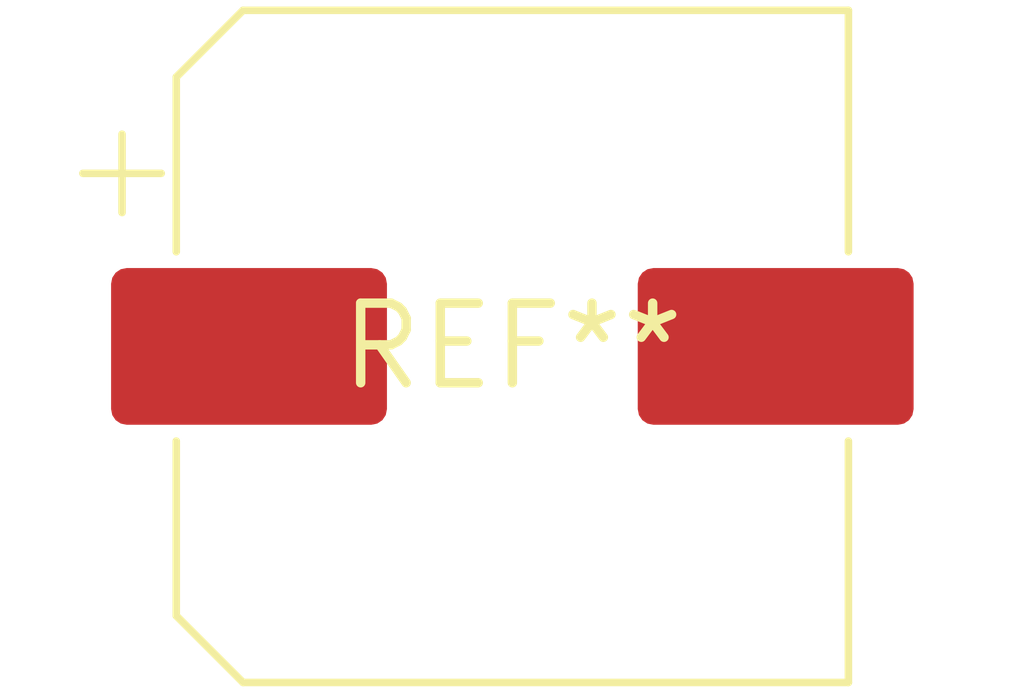
<source format=kicad_pcb>
(kicad_pcb (version 20240108) (generator pcbnew)
  (layers (0 "F.Cu" signal) (31 "B.Cu" signal) (34 "B.Paste" user) (35 "F.Paste" user) (36 "B.SilkS" user "B.Silkscreen") (37 "F.SilkS" user "F.Silkscreen") (38 "B.Mask" user) (39 "F.Mask" user) (44 "Edge.Cuts" user))
  (net 0 "")
  (footprint "CP_Elec_10x12.5" (layer "F.Cu") (at 0 0)
    (property "Reference" "REF**")
    (property "Value" "CP_Elec_10x12.5")
    (fp_line (start -6.85 -2.76) (end -5.6 -2.76) (layer "F.SilkS") (stroke (width 0.12)))
    (fp_line (start -6.225 -3.385) (end -6.225 -2.135) (layer "F.SilkS") (stroke (width 0.12)))
    (fp_line (start -5.36 -4.295563) (end -5.36 -1.51) (layer "F.SilkS") (stroke (width 0.12)))
    (fp_line (start -5.36 -4.295563) (end -4.295563 -5.36) (layer "F.SilkS") (stroke (width 0.12)))
    (fp_line (start -5.36 4.295563) (end -5.36 1.51) (layer "F.SilkS") (stroke (width 0.12)))
    (fp_line (start -5.36 4.295563) (end -4.295563 5.36) (layer "F.SilkS") (stroke (width 0.12)))
    (fp_line (start -4.295563 -5.36) (end 5.36 -5.36) (layer "F.SilkS") (stroke (width 0.12)))
    (fp_line (start -4.295563 5.36) (end 5.36 5.36) (layer "F.SilkS") (stroke (width 0.12)))
    (fp_line (start 5.36 -5.36) (end 5.36 -1.51) (layer "F.SilkS") (stroke (width 0.12)))
    (fp_line (start 5.36 5.36) (end 5.36 1.51) (layer "F.SilkS") (stroke (width 0.12)))
    (pad "1" smd roundrect (at -4.2 0) (size 4.4 2.5) (layers "F.Cu" "F.Paste" "F.Mask") (roundrect_rratio 0.1))
    (pad "2" smd roundrect (at 4.2 0) (size 4.4 2.5) (layers "F.Cu" "F.Paste" "F.Mask") (roundrect_rratio 0.1))
  )
)
</source>
